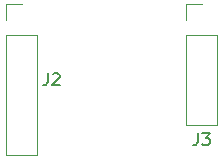
<source format=gbr>
G04 #@! TF.GenerationSoftware,KiCad,Pcbnew,(5.1.4-0-10_14)*
G04 #@! TF.CreationDate,2022-08-18T21:45:17+09:00*
G04 #@! TF.ProjectId,NX13,4e583133-2e6b-4696-9361-645f70636258,rev?*
G04 #@! TF.SameCoordinates,Original*
G04 #@! TF.FileFunction,Legend,Top*
G04 #@! TF.FilePolarity,Positive*
%FSLAX46Y46*%
G04 Gerber Fmt 4.6, Leading zero omitted, Abs format (unit mm)*
G04 Created by KiCad (PCBNEW (5.1.4-0-10_14)) date 2022-08-18 21:45:17*
%MOMM*%
%LPD*%
G04 APERTURE LIST*
%ADD10C,0.120000*%
%ADD11C,0.150000*%
G04 APERTURE END LIST*
D10*
X162500000Y-99000000D02*
X163830000Y-99000000D01*
X162500000Y-100330000D02*
X162500000Y-99000000D01*
X162500000Y-101600000D02*
X165160000Y-101600000D01*
X165160000Y-101600000D02*
X165160000Y-109280000D01*
X162500000Y-101600000D02*
X162500000Y-109280000D01*
X162500000Y-109280000D02*
X165160000Y-109280000D01*
X147260000Y-99000000D02*
X148590000Y-99000000D01*
X147260000Y-100330000D02*
X147260000Y-99000000D01*
X147260000Y-101600000D02*
X149920000Y-101600000D01*
X149920000Y-101600000D02*
X149920000Y-111820000D01*
X147260000Y-101600000D02*
X147260000Y-111820000D01*
X147260000Y-111820000D02*
X149920000Y-111820000D01*
D11*
X163496666Y-109942380D02*
X163496666Y-110656666D01*
X163449047Y-110799523D01*
X163353809Y-110894761D01*
X163210952Y-110942380D01*
X163115714Y-110942380D01*
X163877619Y-109942380D02*
X164496666Y-109942380D01*
X164163333Y-110323333D01*
X164306190Y-110323333D01*
X164401428Y-110370952D01*
X164449047Y-110418571D01*
X164496666Y-110513809D01*
X164496666Y-110751904D01*
X164449047Y-110847142D01*
X164401428Y-110894761D01*
X164306190Y-110942380D01*
X164020476Y-110942380D01*
X163925238Y-110894761D01*
X163877619Y-110847142D01*
X150796666Y-104862380D02*
X150796666Y-105576666D01*
X150749047Y-105719523D01*
X150653809Y-105814761D01*
X150510952Y-105862380D01*
X150415714Y-105862380D01*
X151225238Y-104957619D02*
X151272857Y-104910000D01*
X151368095Y-104862380D01*
X151606190Y-104862380D01*
X151701428Y-104910000D01*
X151749047Y-104957619D01*
X151796666Y-105052857D01*
X151796666Y-105148095D01*
X151749047Y-105290952D01*
X151177619Y-105862380D01*
X151796666Y-105862380D01*
M02*

</source>
